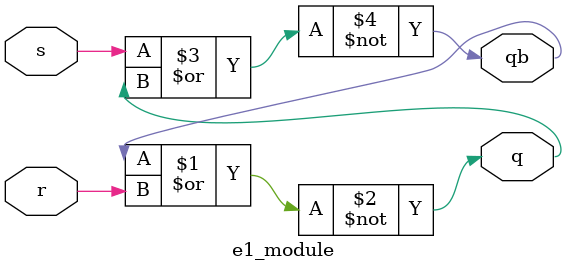
<source format=v>
`timescale 1ns / 1ps


module e1_module(q,qb,r,s);
output q, qb;
input r,s;

nor #1 g1(q,qb,r);
nor #1 g2(qb,s,q);


endmodule

</source>
